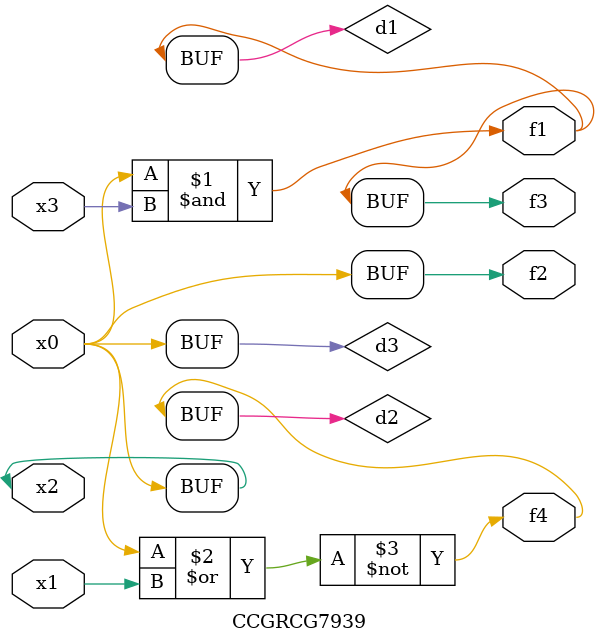
<source format=v>
module CCGRCG7939(
	input x0, x1, x2, x3,
	output f1, f2, f3, f4
);

	wire d1, d2, d3;

	and (d1, x2, x3);
	nor (d2, x0, x1);
	buf (d3, x0, x2);
	assign f1 = d1;
	assign f2 = d3;
	assign f3 = d1;
	assign f4 = d2;
endmodule

</source>
